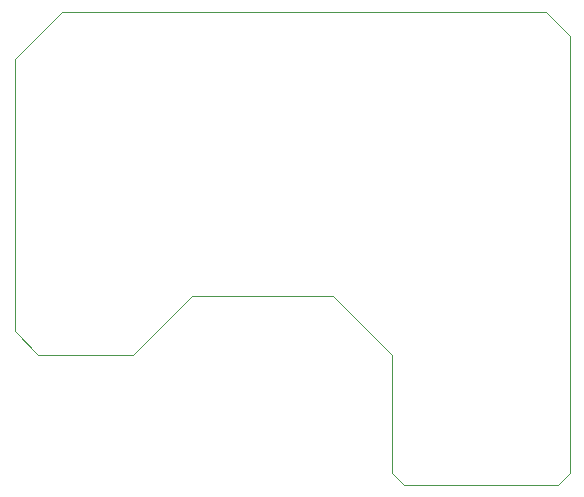
<source format=gm1>
%TF.GenerationSoftware,KiCad,Pcbnew,(6.0.6)*%
%TF.CreationDate,2022-08-02T13:49:20+08:00*%
%TF.ProjectId,Stealthburner_Toolhead_PCB,53746561-6c74-4686-9275-726e65725f54,rev?*%
%TF.SameCoordinates,Original*%
%TF.FileFunction,Profile,NP*%
%FSLAX46Y46*%
G04 Gerber Fmt 4.6, Leading zero omitted, Abs format (unit mm)*
G04 Created by KiCad (PCBNEW (6.0.6)) date 2022-08-02 13:49:20*
%MOMM*%
%LPD*%
G01*
G04 APERTURE LIST*
%TA.AperFunction,Profile*%
%ADD10C,0.100000*%
%TD*%
G04 APERTURE END LIST*
D10*
X133000000Y-136000000D02*
X132000000Y-135000000D01*
X132000000Y-125000000D02*
X127000000Y-120000000D01*
X115000000Y-120000000D02*
X110000000Y-125000000D01*
X100000000Y-123000000D02*
X102000000Y-125000000D01*
X100000000Y-100000000D02*
X100000000Y-123000000D01*
X100000000Y-100000000D02*
X104000000Y-96000000D01*
X146000000Y-136000000D02*
X133000000Y-136000000D01*
X132000000Y-135000000D02*
X132000000Y-125000000D01*
X104000000Y-96000000D02*
X145000000Y-96000000D01*
X145000000Y-96000000D02*
X147000000Y-98000000D01*
X147000000Y-135000000D02*
X146000000Y-136000000D01*
X147000000Y-98000000D02*
X147000000Y-135000000D01*
X110000000Y-125000000D02*
X102000000Y-125000000D01*
X127000000Y-120000000D02*
X115000000Y-120000000D01*
M02*

</source>
